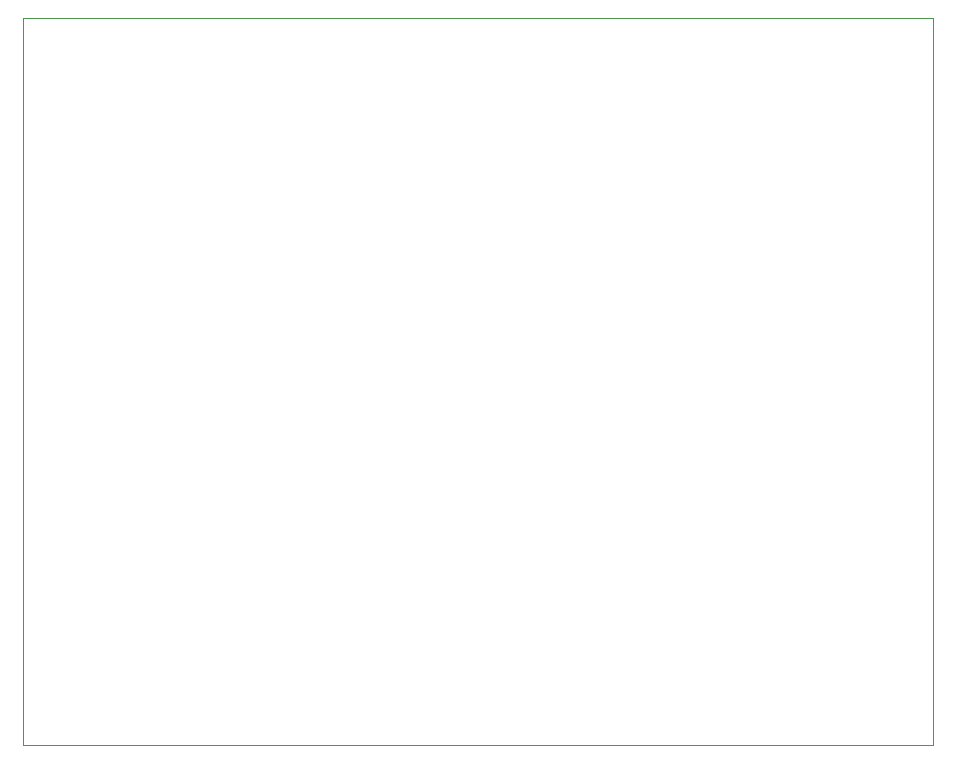
<source format=gbr>
%TF.GenerationSoftware,KiCad,Pcbnew,8.0.8*%
%TF.CreationDate,2025-01-27T11:39:49+01:00*%
%TF.ProjectId,PGE_PCB,5047455f-5043-4422-9e6b-696361645f70,rev?*%
%TF.SameCoordinates,Original*%
%TF.FileFunction,Profile,NP*%
%FSLAX46Y46*%
G04 Gerber Fmt 4.6, Leading zero omitted, Abs format (unit mm)*
G04 Created by KiCad (PCBNEW 8.0.8) date 2025-01-27 11:39:49*
%MOMM*%
%LPD*%
G01*
G04 APERTURE LIST*
%TA.AperFunction,Profile*%
%ADD10C,0.050000*%
%TD*%
G04 APERTURE END LIST*
D10*
X91000000Y-63000000D02*
X168000000Y-63000000D01*
X168000000Y-124500000D01*
X91000000Y-124500000D01*
X91000000Y-63000000D01*
M02*

</source>
